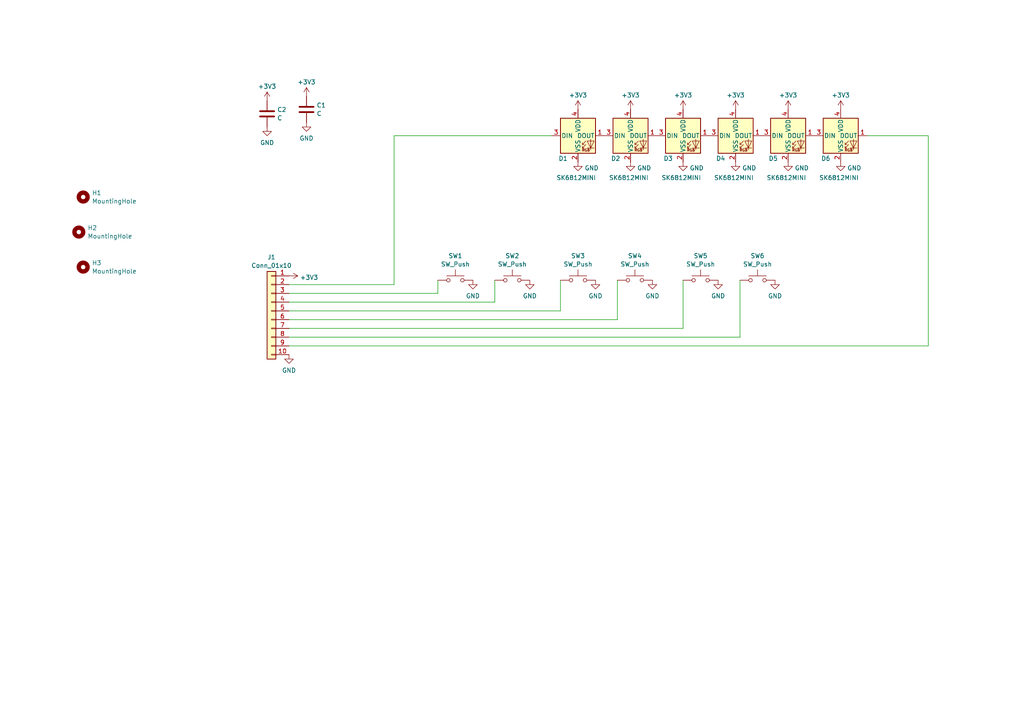
<source format=kicad_sch>
(kicad_sch (version 20231120) (generator "eeschema") (generator_version "8.0")
  (paper "A4")
  (lib_symbols
    (symbol "Connector_Generic:Conn_01x10" (pin_names (offset 1.016) hide)
      (property "Reference" "J" (at 0 12.7 0))
      (property "Value" "Conn_01x10" (at 0 -15.24 0))
      (symbol "Conn_01x10_1_1"
        (rectangle (start -1.27 -12.573) (end 0 -12.827) (stroke (width 0.1524)))
        (rectangle (start -1.27 -10.033) (end 0 -10.287) (stroke (width 0.1524)))
        (rectangle (start -1.27 -7.493) (end 0 -7.747) (stroke (width 0.1524)))
        (rectangle (start -1.27 -4.953) (end 0 -5.207) (stroke (width 0.1524)))
        (rectangle (start -1.27 -2.413) (end 0 -2.667) (stroke (width 0.1524)))
        (rectangle (start -1.27 0.127) (end 0 -0.127) (stroke (width 0.1524)))
        (rectangle (start -1.27 2.667) (end 0 2.413) (stroke (width 0.1524)))
        (rectangle (start -1.27 5.207) (end 0 4.953) (stroke (width 0.1524)))
        (rectangle (start -1.27 7.747) (end 0 7.493) (stroke (width 0.1524)))
        (rectangle (start -1.27 10.287) (end 0 10.033) (stroke (width 0.1524)))
        (rectangle (start -1.27 11.43) (end 1.27 -13.97) (stroke (width 0.254)) (fill (type background)))
        (pin passive line (at -5.08 10.16 0) (length 3.81) (name "Pin_1") (number "1"))
        (pin passive line (at -5.08 -12.7 0) (length 3.81) (name "Pin_10") (number "10"))
        (pin passive line (at -5.08 7.62 0) (length 3.81) (name "Pin_2") (number "2"))
        (pin passive line (at -5.08 5.08 0) (length 3.81) (name "Pin_3") (number "3"))
        (pin passive line (at -5.08 2.54 0) (length 3.81) (name "Pin_4") (number "4"))
        (pin passive line (at -5.08 0 0) (length 3.81) (name "Pin_5") (number "5"))
        (pin passive line (at -5.08 -2.54 0) (length 3.81) (name "Pin_6") (number "6"))
        (pin passive line (at -5.08 -5.08 0) (length 3.81) (name "Pin_7") (number "7"))
        (pin passive line (at -5.08 -7.62 0) (length 3.81) (name "Pin_8") (number "8"))
        (pin passive line (at -5.08 -10.16 0) (length 3.81) (name "Pin_9") (number "9"))
      )
    )
    (symbol "Device:C" (pin_numbers hide) (pin_names (offset 0.254))
      (property "Reference" "C" (at 0.635 2.54 0))
      (property "Value" "C" (at 0.635 -2.54 0))
      (symbol "C_0_1"
        (polyline (pts (xy -2.032 -0.762) (xy 2.032 -0.762)) (stroke (width 0.508)))
        (polyline (pts (xy -2.032 0.762) (xy 2.032 0.762)) (stroke (width 0.508)))
      )
      (symbol "C_1_1"
        (pin passive line (at 0 3.81 270) (length 2.794) (name "~") (number "1"))
        (pin passive line (at 0 -3.81 90) (length 2.794) (name "~") (number "2"))
      )
    )
    (symbol "Mechanical:MountingHole" (pin_names (offset 1.016)) (exclude_from_sim yes) (in_bom no)
      (property "Reference" "H" (at 0 5.08 0))
      (property "Value" "MountingHole" (at 0 3.175 0))
      (symbol "MountingHole_0_1"
        (circle (center 0 0) (radius 1.27) (stroke (width 1.27)))
      )
    )
    (symbol "Switch:SW_Push" (pin_numbers hide) (pin_names (offset 1.016) hide)
      (property "Reference" "SW" (at 1.27 2.54 0))
      (property "Value" "SW_Push" (at 0 -1.524 0))
      (symbol "SW_Push_0_1"
        (circle (center -2.032 0) (radius 0.508))
        (polyline (pts (xy 0 1.27) (xy 0 3.048)))
        (polyline (pts (xy 2.54 1.27) (xy -2.54 1.27)))
        (circle (center 2.032 0) (radius 0.508))
        (pin passive line (at -5.08 0 0) (length 2.54) (name "1") (number "1"))
        (pin passive line (at 5.08 0 180) (length 2.54) (name "2") (number "2"))
      )
    )
    (symbol "power:+3V3" (power) (pin_names (offset 0))
      (property "Value" "+3V3" (at 0 3.556 0))
      (symbol "+3V3_0_1"
        (polyline (pts (xy -0.762 1.27) (xy 0 2.54)))
        (polyline (pts (xy 0 0) (xy 0 2.54)))
        (polyline (pts (xy 0 2.54) (xy 0.762 1.27)))
      )
      (symbol "+3V3_1_1"
        (pin power_in line (at 0 0 90) (length 0) hide (name "+3V3") (number "1"))
      )
    )
    (symbol "power:GND" (power) (pin_names (offset 0))
      (property "Value" "GND" (at 0 -3.81 0))
      (symbol "GND_0_1"
        (polyline (pts (xy 0 0) (xy 0 -1.27) (xy 1.27 -1.27) (xy 0 -2.54) (xy -1.27 -1.27) (xy 0 -1.27)))
      )
      (symbol "GND_1_1"
        (pin power_in line (at 0 0 270) (length 0) hide (name "GND") (number "1"))
      )
    )
    (symbol "synkie_symbols:SK6812MINI" (pin_names (offset 0.254))
      (property "Reference" "D" (at 5.08 5.715 0))
      (property "Value" "SK6812MINI" (at 1.27 -5.715 0))
      (symbol "SK6812MINI_0_0"
        (text "RGB" (at 2.286 -4.191 0) (effects (font (size 0.762 0.762))))
      )
      (symbol "SK6812MINI_0_1"
        (polyline (pts (xy 1.27 -3.556) (xy 1.778 -3.556)))
        (polyline (pts (xy 1.27 -2.54) (xy 1.778 -2.54)))
        (polyline (pts (xy 4.699 -3.556) (xy 2.667 -3.556)))
        (polyline (pts (xy 2.286 -2.54) (xy 1.27 -3.556) (xy 1.27 -3.048)))
        (polyline (pts (xy 2.286 -1.524) (xy 1.27 -2.54) (xy 1.27 -2.032)))
        (polyline (pts (xy 3.683 -1.016) (xy 3.683 -3.556) (xy 3.683 -4.064)))
        (polyline (pts (xy 4.699 -1.524) (xy 2.667 -1.524) (xy 3.683 -3.556) (xy 4.699 -1.524)))
        (rectangle (start 5.08 5.08) (end -5.08 -5.08) (stroke (width 0.254)) (fill (type background)))
      )
      (symbol "SK6812MINI_1_1"
        (pin output line (at 7.62 0 180) (length 2.54) (name "DOUT") (number "1"))
        (pin power_in line (at 0 -7.62 90) (length 2.54) (name "VSS") (number "2"))
        (pin input line (at -7.62 0 0) (length 2.54) (name "DIN") (number "3"))
        (pin power_in line (at 0 7.62 270) (length 2.54) (name "VDD") (number "4"))
      )
    )
  )
  (wire (pts (xy 214.63 97.79) (xy 214.63 81.28)))
  (wire (pts (xy 251.46 39.37) (xy 269.24 39.37)))
  (wire (pts (xy 83.82 100.33) (xy 269.24 100.33)))
  (wire (pts (xy 83.82 85.09) (xy 127 85.09)))
  (wire (pts (xy 198.12 95.25) (xy 198.12 81.28)))
  (wire (pts (xy 143.51 87.63) (xy 143.51 81.28)))
  (wire (pts (xy 114.3 39.37) (xy 160.02 39.37)))
  (wire (pts (xy 83.82 95.25) (xy 198.12 95.25)))
  (wire (pts (xy 83.82 97.79) (xy 214.63 97.79)))
  (wire (pts (xy 83.82 90.17) (xy 162.56 90.17)))
  (wire (pts (xy 83.82 82.55) (xy 114.3 82.55)))
  (wire (pts (xy 127 85.09) (xy 127 81.28)))
  (wire (pts (xy 162.56 90.17) (xy 162.56 81.28)))
  (wire (pts (xy 179.07 92.71) (xy 179.07 81.28)))
  (wire (pts (xy 269.24 39.37) (xy 269.24 100.33)))
  (wire (pts (xy 83.82 92.71) (xy 179.07 92.71)))
  (wire (pts (xy 83.82 87.63) (xy 143.51 87.63)))
  (wire (pts (xy 114.3 82.55) (xy 114.3 39.37)))
  (symbol (lib_id "power:+3V3") (at 198.12 31.75 0) (unit 1)
    (property "Reference" "#PWR07" (effects (hide yes)))
    (property "Value" "+3V3" (at 198.12 27.6169 0))
  )
  (symbol (lib_id "synkie_symbols:SK6812MINI") (at 167.64 39.37 0) (unit 1)
    (property "Reference" "D1" (at 163.322 45.974 0))
    (property "Value" "SK6812MINI" (at 167.132 51.562 0))
    (property "Footprint" "LED_SMD:LED_SK6812MINI_PLCC4_3.5x3.5mm_P1.75mm" (effects (hide yes)))
    (property "Datasheet" "https://cdn-shop.adafruit.com/product-files/2686/SK6812MINI_REV.01-1-2.pdf" (effects (hide yes)))
  )
  (symbol (lib_id "synkie_symbols:SK6812MINI") (at 228.6 39.37 0) (unit 1)
    (property "Reference" "D5" (at 224.282 45.974 0))
    (property "Value" "SK6812MINI" (at 228.092 51.562 0))
    (property "Footprint" "LED_SMD:LED_SK6812MINI_PLCC4_3.5x3.5mm_P1.75mm" (effects (hide yes)))
    (property "Datasheet" "https://cdn-shop.adafruit.com/product-files/2686/SK6812MINI_REV.01-1-2.pdf" (effects (hide yes)))
  )
  (symbol (lib_id "Switch:SW_Push") (at 203.2 81.28 0) (unit 1)
    (property "Reference" "SW5" (at 203.2 74.2145 0))
    (property "Value" "SW_Push" (at 203.2 76.6388 0))
    (property "Footprint" "Button_Switch_SMD:SW_Tactile_SPST_NO_Straight_CK_PTS636Sx25SMTRLFS" (effects (hide yes)))
    (property "Description" "Push button switch, generic, two pins" (effects (hide yes)))
  )
  (symbol (lib_id "Device:C") (at 88.9 31.75 0) (unit 1)
    (property "Reference" "C1" (at 91.821 30.5378 0) (effects (justify left)))
    (property "Value" "C" (at 91.821 32.9621 0) (effects (justify left)))
    (property "Footprint" "Capacitor_SMD:C_0603_1608Metric" (effects (hide yes)))
    (property "Description" "Unpolarized capacitor" (effects (hide yes)))
  )
  (symbol (lib_id "power:GND") (at 198.12 46.99 0) (unit 1)
    (property "Reference" "#PWR08" (effects (hide yes)))
    (property "Value" "GND" (at 200.025 48.739 0) (effects (justify left)))
  )
  (symbol (lib_id "synkie_symbols:SK6812MINI") (at 243.84 39.37 0) (unit 1)
    (property "Reference" "D6" (at 239.522 45.974 0))
    (property "Value" "SK6812MINI" (at 243.332 51.562 0))
    (property "Footprint" "LED_SMD:LED_SK6812MINI_PLCC4_3.5x3.5mm_P1.75mm" (effects (hide yes)))
    (property "Datasheet" "https://cdn-shop.adafruit.com/product-files/2686/SK6812MINI_REV.01-1-2.pdf" (effects (hide yes)))
  )
  (symbol (lib_id "power:GND") (at 153.67 81.28 0) (unit 1)
    (property "Reference" "#PWR016" (effects (hide yes)))
    (property "Value" "GND" (at 153.67 85.8425 0))
  )
  (symbol (lib_id "Switch:SW_Push") (at 132.08 81.28 0) (unit 1)
    (property "Reference" "SW1" (at 132.08 74.2145 0))
    (property "Value" "SW_Push" (at 132.08 76.6388 0))
    (property "Footprint" "Button_Switch_SMD:SW_Tactile_SPST_NO_Straight_CK_PTS636Sx25SMTRLFS" (effects (hide yes)))
    (property "Description" "Push button switch, generic, two pins" (effects (hide yes)))
  )
  (symbol (lib_id "power:GND") (at 213.36 46.99 0) (unit 1)
    (property "Reference" "#PWR010" (effects (hide yes)))
    (property "Value" "GND" (at 215.265 48.739 0) (effects (justify left)))
  )
  (symbol (lib_id "synkie_symbols:SK6812MINI") (at 213.36 39.37 0) (unit 1)
    (property "Reference" "D4" (at 209.042 45.974 0))
    (property "Value" "SK6812MINI" (at 212.852 51.562 0))
    (property "Footprint" "LED_SMD:LED_SK6812MINI_PLCC4_3.5x3.5mm_P1.75mm" (effects (hide yes)))
    (property "Datasheet" "https://cdn-shop.adafruit.com/product-files/2686/SK6812MINI_REV.01-1-2.pdf" (effects (hide yes)))
  )
  (symbol (lib_id "power:GND") (at 228.6 46.99 0) (unit 1)
    (property "Reference" "#PWR012" (effects (hide yes)))
    (property "Value" "GND" (at 230.505 48.739 0) (effects (justify left)))
  )
  (symbol (lib_id "power:GND") (at 137.16 81.28 0) (unit 1)
    (property "Reference" "#PWR015" (effects (hide yes)))
    (property "Value" "GND" (at 137.16 85.8425 0))
  )
  (symbol (lib_id "power:+3V3") (at 77.47 29.21 0) (unit 1)
    (property "Reference" "#PWR023" (effects (hide yes)))
    (property "Value" "+3V3" (at 77.47 25.0769 0))
  )
  (symbol (lib_id "power:+3V3") (at 88.9 27.94 0) (unit 1)
    (property "Reference" "#PWR021" (effects (hide yes)))
    (property "Value" "+3V3" (at 88.9 23.8069 0))
  )
  (symbol (lib_id "power:GND") (at 88.9 35.56 0) (unit 1)
    (property "Reference" "#PWR022" (effects (hide yes)))
    (property "Value" "GND" (at 88.9 40.1225 0))
  )
  (symbol (lib_id "Mechanical:MountingHole") (at 22.86 67.31 0) (unit 1) (exclude_from_sim yes) (in_bom no)
    (property "Reference" "H2" (at 25.4 66.0978 0) (effects (justify left)))
    (property "Value" "MountingHole" (at 25.4 68.5221 0) (effects (justify left)))
    (property "Footprint" "MountingHole:MountingHole_3.2mm_M3" (effects (hide yes)))
    (property "Description" "Mounting Hole without connection" (effects (hide yes)))
  )
  (symbol (lib_id "power:GND") (at 243.84 46.99 0) (unit 1)
    (property "Reference" "#PWR014" (effects (hide yes)))
    (property "Value" "GND" (at 245.745 48.739 0) (effects (justify left)))
  )
  (symbol (lib_id "power:+3V3") (at 167.64 31.75 0) (unit 1)
    (property "Reference" "#PWR01" (effects (hide yes)))
    (property "Value" "+3V3" (at 167.64 27.6169 0))
  )
  (symbol (lib_id "power:GND") (at 77.47 36.83 0) (unit 1)
    (property "Reference" "#PWR024" (effects (hide yes)))
    (property "Value" "GND" (at 77.47 41.3925 0))
  )
  (symbol (lib_id "Switch:SW_Push") (at 148.59 81.28 0) (unit 1)
    (property "Reference" "SW2" (at 148.59 74.2145 0))
    (property "Value" "SW_Push" (at 148.59 76.6388 0))
    (property "Footprint" "Button_Switch_SMD:SW_Tactile_SPST_NO_Straight_CK_PTS636Sx25SMTRLFS" (effects (hide yes)))
    (property "Description" "Push button switch, generic, two pins" (effects (hide yes)))
  )
  (symbol (lib_id "power:+3V3") (at 182.88 31.75 0) (unit 1)
    (property "Reference" "#PWR05" (effects (hide yes)))
    (property "Value" "+3V3" (at 182.88 27.6169 0))
  )
  (symbol (lib_id "power:GND") (at 224.79 81.28 0) (unit 1)
    (property "Reference" "#PWR020" (effects (hide yes)))
    (property "Value" "GND" (at 224.79 85.8425 0))
  )
  (symbol (lib_id "power:+3V3") (at 83.82 80.01 270) (unit 1)
    (property "Reference" "#PWR03" (effects (hide yes)))
    (property "Value" "+3V3" (at 86.995 80.489 90) (effects (justify left)))
  )
  (symbol (lib_id "power:GND") (at 83.82 102.87 0) (unit 1)
    (property "Reference" "#PWR04" (effects (hide yes)))
    (property "Value" "GND" (at 83.82 107.4325 0))
  )
  (symbol (lib_id "power:GND") (at 172.72 81.28 0) (unit 1)
    (property "Reference" "#PWR017" (effects (hide yes)))
    (property "Value" "GND" (at 172.72 85.8425 0))
  )
  (symbol (lib_id "Switch:SW_Push") (at 219.71 81.28 0) (unit 1)
    (property "Reference" "SW6" (at 219.71 74.2145 0))
    (property "Value" "SW_Push" (at 219.71 76.6388 0))
    (property "Footprint" "Button_Switch_SMD:SW_Tactile_SPST_NO_Straight_CK_PTS636Sx25SMTRLFS" (effects (hide yes)))
    (property "Description" "Push button switch, generic, two pins" (effects (hide yes)))
  )
  (symbol (lib_id "power:+3V3") (at 228.6 31.75 0) (unit 1)
    (property "Reference" "#PWR011" (effects (hide yes)))
    (property "Value" "+3V3" (at 228.6 27.6169 0))
  )
  (symbol (lib_id "Connector_Generic:Conn_01x10") (at 78.74 90.17 0) (mirror y) (unit 1)
    (property "Reference" "J1" (at 78.74 74.5955 0))
    (property "Value" "Conn_01x10" (at 78.74 77.0198 0))
    (property "Footprint" "Connector_IDC:IDC-Header_2x05_P2.54mm_Vertical" (effects (hide yes)))
    (property "Description" "Generic connector, single row, 01x10, script generated (kicad-library-utils/schlib/autogen/connector/)" (effects (hide yes)))
  )
  (symbol (lib_id "synkie_symbols:SK6812MINI") (at 182.88 39.37 0) (unit 1)
    (property "Reference" "D2" (at 178.562 45.974 0))
    (property "Value" "SK6812MINI" (at 182.372 51.562 0))
    (property "Footprint" "LED_SMD:LED_SK6812MINI_PLCC4_3.5x3.5mm_P1.75mm" (effects (hide yes)))
    (property "Datasheet" "https://cdn-shop.adafruit.com/product-files/2686/SK6812MINI_REV.01-1-2.pdf" (effects (hide yes)))
  )
  (symbol (lib_id "power:+3V3") (at 213.36 31.75 0) (unit 1)
    (property "Reference" "#PWR09" (effects (hide yes)))
    (property "Value" "+3V3" (at 213.36 27.6169 0))
  )
  (symbol (lib_id "power:+3V3") (at 243.84 31.75 0) (unit 1)
    (property "Reference" "#PWR013" (effects (hide yes)))
    (property "Value" "+3V3" (at 243.84 27.6169 0))
  )
  (symbol (lib_id "Switch:SW_Push") (at 167.64 81.28 0) (unit 1)
    (property "Reference" "SW3" (at 167.64 74.2145 0))
    (property "Value" "SW_Push" (at 167.64 76.6388 0))
    (property "Footprint" "Button_Switch_SMD:SW_Tactile_SPST_NO_Straight_CK_PTS636Sx25SMTRLFS" (effects (hide yes)))
    (property "Description" "Push button switch, generic, two pins" (effects (hide yes)))
  )
  (symbol (lib_id "Mechanical:MountingHole") (at 24.13 77.47 0) (unit 1) (exclude_from_sim yes) (in_bom no)
    (property "Reference" "H3" (at 26.67 76.2578 0) (effects (justify left)))
    (property "Value" "MountingHole" (at 26.67 78.6821 0) (effects (justify left)))
    (property "Footprint" "MountingHole:MountingHole_3.2mm_M3" (effects (hide yes)))
    (property "Description" "Mounting Hole without connection" (effects (hide yes)))
  )
  (symbol (lib_id "power:GND") (at 208.28 81.28 0) (unit 1)
    (property "Reference" "#PWR019" (effects (hide yes)))
    (property "Value" "GND" (at 208.28 85.8425 0))
  )
  (symbol (lib_id "synkie_symbols:SK6812MINI") (at 198.12 39.37 0) (unit 1)
    (property "Reference" "D3" (at 193.802 45.974 0))
    (property "Value" "SK6812MINI" (at 197.612 51.562 0))
    (property "Footprint" "LED_SMD:LED_SK6812MINI_PLCC4_3.5x3.5mm_P1.75mm" (effects (hide yes)))
    (property "Datasheet" "https://cdn-shop.adafruit.com/product-files/2686/SK6812MINI_REV.01-1-2.pdf" (effects (hide yes)))
  )
  (symbol (lib_id "Mechanical:MountingHole") (at 24.13 57.15 0) (unit 1) (exclude_from_sim yes) (in_bom no)
    (property "Reference" "H1" (at 26.67 55.9378 0) (effects (justify left)))
    (property "Value" "MountingHole" (at 26.67 58.3621 0) (effects (justify left)))
    (property "Footprint" "MountingHole:MountingHole_3.2mm_M3" (effects (hide yes)))
    (property "Description" "Mounting Hole without connection" (effects (hide yes)))
  )
  (symbol (lib_id "Switch:SW_Push") (at 184.15 81.28 0) (unit 1)
    (property "Reference" "SW4" (at 184.15 74.2145 0))
    (property "Value" "SW_Push" (at 184.15 76.6388 0))
    (property "Footprint" "Button_Switch_SMD:SW_Tactile_SPST_NO_Straight_CK_PTS636Sx25SMTRLFS" (effects (hide yes)))
    (property "Description" "Push button switch, generic, two pins" (effects (hide yes)))
  )
  (symbol (lib_id "power:GND") (at 167.64 46.99 0) (unit 1)
    (property "Reference" "#PWR02" (effects (hide yes)))
    (property "Value" "GND" (at 169.545 48.739 0) (effects (justify left)))
  )
  (symbol (lib_id "power:GND") (at 182.88 46.99 0) (unit 1)
    (property "Reference" "#PWR06" (effects (hide yes)))
    (property "Value" "GND" (at 184.785 48.739 0) (effects (justify left)))
  )
  (symbol (lib_id "power:GND") (at 189.23 81.28 0) (unit 1)
    (property "Reference" "#PWR018" (effects (hide yes)))
    (property "Value" "GND" (at 189.23 85.8425 0))
  )
  (symbol (lib_id "Device:C") (at 77.47 33.02 0) (unit 1)
    (property "Reference" "C2" (at 80.391 31.8078 0) (effects (justify left)))
    (property "Value" "C" (at 80.391 34.2321 0) (effects (justify left)))
    (property "Footprint" "Capacitor_SMD:C_0603_1608Metric" (effects (hide yes)))
    (property "Description" "Unpolarized capacitor" (effects (hide yes)))
  )
)
</source>
